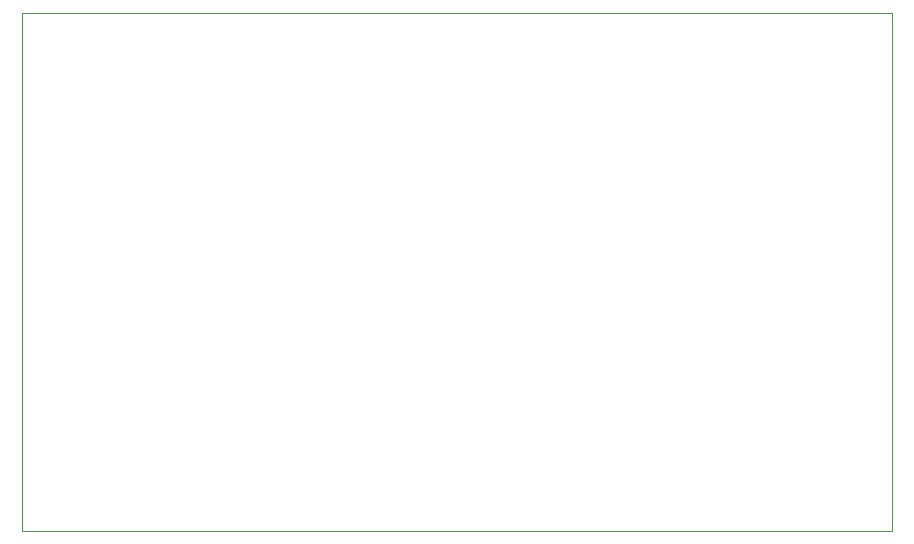
<source format=gbr>
%TF.GenerationSoftware,KiCad,Pcbnew,8.0.2-1*%
%TF.CreationDate,2024-08-04T09:10:22-04:00*%
%TF.ProjectId,startup_controller,73746172-7475-4705-9f63-6f6e74726f6c,rev?*%
%TF.SameCoordinates,Original*%
%TF.FileFunction,Profile,NP*%
%FSLAX46Y46*%
G04 Gerber Fmt 4.6, Leading zero omitted, Abs format (unit mm)*
G04 Created by KiCad (PCBNEW 8.0.2-1) date 2024-08-04 09:10:22*
%MOMM*%
%LPD*%
G01*
G04 APERTURE LIST*
%TA.AperFunction,Profile*%
%ADD10C,0.050000*%
%TD*%
G04 APERTURE END LIST*
D10*
X124460000Y-71755000D02*
X198120000Y-71755000D01*
X198120000Y-115570000D01*
X124460000Y-115570000D01*
X124460000Y-71755000D01*
M02*

</source>
